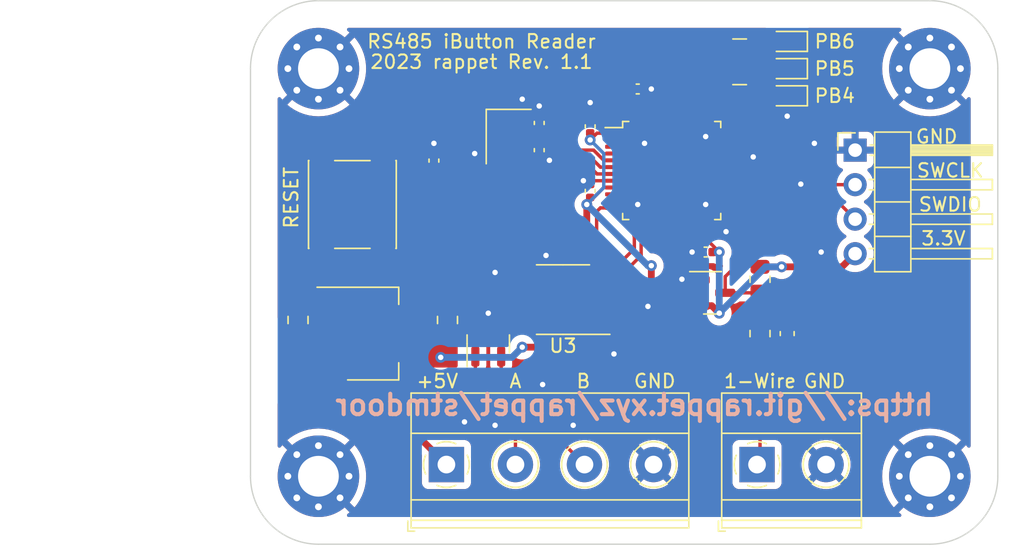
<source format=kicad_pcb>
(kicad_pcb (version 20211014) (generator pcbnew)
  (layers (0 "F.Cu" signal) (31 "B.Cu" signal) (34 "B.Paste" user) (35 "F.Paste" user) (36 "B.SilkS" user "B.Silkscreen") (37 "F.SilkS" user "F.Silkscreen") (38 "B.Mask" user) (39 "F.Mask" user) (44 "Edge.Cuts" user))
  (net 0 "")
  (net 1 "+5V")
  (net 2 "GND")
  (net 3 "+3V3")
  (net 5 "/NRST")
  (net 8 "Net-(C9-Pad1)")
  (net 9 "/1-Wire")
  (net 30 "/LED1")
  (net 31 "/LED2")
  (net 32 "/LED3")
  (net 34 "/BOOT0")
  (net 37 "/OSC_OUT")
  (net 38 "/OSC_IN")
  (net 39 "/OSC32_IN")
  (net 40 "/OSC32_OUT")
  (net 41 "/TX")
  (net 42 "/RX")
  (net 43 "/Direction")
  (net 44 "/RS485_A")
  (net 45 "/RS485_B")
  (net 46 "/SWDIO")
  (net 47 "/SWCLK")
  (net 48 "Net-(D3-Pad2)")
  (net 49 "Net-(D5-Pad2)")
  (net 52 "Net-(D4-Pad2)")
  (footprint "Package_QFP:LQFP-48_7x7mm_P0.5mm" (layer "F.Cu") (at 138.5 82.5)
    (fp_text reference "U2")
    (fp_text value "STM32F030C8T6 ")
    (pad "1" smd roundrect (at -4.1625 -2.75) (size 1.475 0.3) (layers "F.Cu" "F.Paste" "F.Mask") (net 3 "+3V3"))
    (pad "2" smd roundrect (at -4.1625 -2.25) (size 1.475 0.3) (layers "F.Cu" "F.Paste" "F.Mask"))
    (pad "3" smd roundrect (at -4.1625 -1.75) (size 1.475 0.3) (layers "F.Cu" "F.Paste" "F.Mask") (net 39 "/OSC32_IN"))
    (pad "4" smd roundrect (at -4.1625 -1.25) (size 1.475 0.3) (layers "F.Cu" "F.Paste" "F.Mask") (net 40 "/OSC32_OUT"))
    (pad "5" smd roundrect (at -4.1625 -0.75) (size 1.475 0.3) (layers "F.Cu" "F.Paste" "F.Mask") (net 38 "/OSC_IN"))
    (pad "6" smd roundrect (at -4.1625 -0.25) (size 1.475 0.3) (layers "F.Cu" "F.Paste" "F.Mask") (net 37 "/OSC_OUT"))
    (pad "7" smd roundrect (at -4.1625 0.25) (size 1.475 0.3) (layers "F.Cu" "F.Paste" "F.Mask") (net 5 "/NRST"))
    (pad "8" smd roundrect (at -4.1625 0.75) (size 1.475 0.3) (layers "F.Cu" "F.Paste" "F.Mask") (net 2 "GND"))
    (pad "9" smd roundrect (at -4.1625 1.25) (size 1.475 0.3) (layers "F.Cu" "F.Paste" "F.Mask") (net 3 "+3V3"))
    (pad "10" smd roundrect (at -4.1625 1.75) (size 1.475 0.3) (layers "F.Cu" "F.Paste" "F.Mask"))
    (pad "11" smd roundrect (at -4.1625 2.25) (size 1.475 0.3) (layers "F.Cu" "F.Paste" "F.Mask"))
    (pad "12" smd roundrect (at -4.1625 2.75) (size 1.475 0.3) (layers "F.Cu" "F.Paste" "F.Mask") (net 41 "/TX"))
    (pad "13" smd roundrect (at -2.75 4.1625) (size 0.3 1.475) (layers "F.Cu" "F.Paste" "F.Mask") (net 42 "/RX"))
    (pad "14" smd roundrect (at -2.25 4.1625) (size 0.3 1.475) (layers "F.Cu" "F.Paste" "F.Mask") (net 43 "/Direction"))
    (pad "15" smd roundrect (at -1.75 4.1625) (size 0.3 1.475) (layers "F.Cu" "F.Paste" "F.Mask"))
    (pad "16" smd roundrect (at -1.25 4.1625) (size 0.3 1.475) (layers "F.Cu" "F.Paste" "F.Mask"))
    (pad "17" smd roundrect (at -0.75 4.1625) (size 0.3 1.475) (layers "F.Cu" "F.Paste" "F.Mask"))
    (pad "18" smd roundrect (at -0.25 4.1625) (size 0.3 1.475) (layers "F.Cu" "F.Paste" "F.Mask"))
    (pad "19" smd roundrect (at 0.25 4.1625) (size 0.3 1.475) (layers "F.Cu" "F.Paste" "F.Mask"))
    (pad "20" smd roundrect (at 0.75 4.1625) (size 0.3 1.475) (layers "F.Cu" "F.Paste" "F.Mask"))
    (pad "21" smd roundrect (at 1.25 4.1625) (size 0.3 1.475) (layers "F.Cu" "F.Paste" "F.Mask"))
    (pad "22" smd roundrect (at 1.75 4.1625) (size 0.3 1.475) (layers "F.Cu" "F.Paste" "F.Mask"))
    (pad "23" smd roundrect (at 2.25 4.1625) (size 0.3 1.475) (layers "F.Cu" "F.Paste" "F.Mask") (net 2 "GND"))
    (pad "24" smd roundrect (at 2.75 4.1625) (size 0.3 1.475) (layers "F.Cu" "F.Paste" "F.Mask") (net 3 "+3V3"))
    (pad "25" smd roundrect (at 4.1625 2.75) (size 1.475 0.3) (layers "F.Cu" "F.Paste" "F.Mask") (net 9 "/1-Wire"))
    (pad "26" smd roundrect (at 4.1625 2.25) (size 1.475 0.3) (layers "F.Cu" "F.Paste" "F.Mask"))
    (pad "27" smd roundrect (at 4.1625 1.75) (size 1.475 0.3) (layers "F.Cu" "F.Paste" "F.Mask"))
    (pad "28" smd roundrect (at 4.1625 1.25) (size 1.475 0.3) (layers "F.Cu" "F.Paste" "F.Mask"))
    (pad "29" smd roundrect (at 4.1625 0.75) (size 1.475 0.3) (layers "F.Cu" "F.Paste" "F.Mask"))
    (pad "30" smd roundrect (at 4.1625 0.25) (size 1.475 0.3) (layers "F.Cu" "F.Paste" "F.Mask"))
    (pad "31" smd roundrect (at 4.1625 -0.25) (size 1.475 0.3) (layers "F.Cu" "F.Paste" "F.Mask"))
    (pad "32" smd roundrect (at 4.1625 -0.75) (size 1.475 0.3) (layers "F.Cu" "F.Paste" "F.Mask"))
    (pad "33" smd roundrect (at 4.1625 -1.25) (size 1.475 0.3) (layers "F.Cu" "F.Paste" "F.Mask"))
    (pad "34" smd roundrect (at 4.1625 -1.75) (size 1.475 0.3) (layers "F.Cu" "F.Paste" "F.Mask") (net 46 "/SWDIO"))
    (pad "35" smd roundrect (at 4.1625 -2.25) (size 1.475 0.3) (layers "F.Cu" "F.Paste" "F.Mask"))
    (pad "36" smd roundrect (at 4.1625 -2.75) (size 1.475 0.3) (layers "F.Cu" "F.Paste" "F.Mask"))
    (pad "37" smd roundrect (at 2.75 -4.1625) (size 0.3 1.475) (layers "F.Cu" "F.Paste" "F.Mask") (net 47 "/SWCLK"))
    (pad "38" smd roundrect (at 2.25 -4.1625) (size 0.3 1.475) (layers "F.Cu" "F.Paste" "F.Mask"))
    (pad "39" smd roundrect (at 1.75 -4.1625) (size 0.3 1.475) (layers "F.Cu" "F.Paste" "F.Mask"))
    (pad "40" smd roundrect (at 1.25 -4.1625) (size 0.3 1.475) (layers "F.Cu" "F.Paste" "F.Mask") (net 32 "/LED3"))
    (pad "41" smd roundrect (at 0.75 -4.1625) (size 0.3 1.475) (layers "F.Cu" "F.Paste" "F.Mask") (net 31 "/LED2"))
    (pad "42" smd roundrect (at 0.25 -4.1625) (size 0.3 1.475) (layers "F.Cu" "F.Paste" "F.Mask") (net 30 "/LED1"))
    (pad "43" smd roundrect (at -0.25 -4.1625) (size 0.3 1.475) (layers "F.Cu" "F.Paste" "F.Mask"))
    (pad "44" smd roundrect (at -0.75 -4.1625) (size 0.3 1.475) (layers "F.Cu" "F.Paste" "F.Mask") (net 34 "/BOOT0"))
    (pad "45" smd roundrect (at -1.25 -4.1625) (size 0.3 1.475) (layers "F.Cu" "F.Paste" "F.Mask"))
    (pad "46" smd roundrect (at -1.75 -4.1625) (size 0.3 1.475) (layers "F.Cu" "F.Paste" "F.Mask"))
    (pad "47" smd roundrect (at -2.25 -4.1625) (size 0.3 1.475) (layers "F.Cu" "F.Paste" "F.Mask") (net 2 "GND"))
    (pad "48" smd roundrect (at -2.75 -4.1625) (size 0.3 1.475) (layers "F.Cu" "F.Paste" "F.Mask") (net 3 "+3V3"))
  )
  (footprint "LED_SMD:LED_0603_1608Metric" (layer "F.Cu") (at 147 77 180)
    (fp_text reference "D3")
    (fp_text value "LED")
    (pad "1" smd roundrect (at -0.7875 0 180) (size 0.875 0.95) (layers "F.Cu" "F.Paste" "F.Mask") (net 2 "GND"))
    (pad "2" smd roundrect (at 0.7875 0 180) (size 0.875 0.95) (layers "F.Cu" "F.Paste" "F.Mask") (net 48 "Net-(D3-Pad2)"))
  )
  (footprint "Capacitor_SMD:C_0402_1005Metric" (layer "F.Cu") (at 136 76.5)
    (fp_text reference "C3")
    (fp_text value "100n")
    (pad "1" smd roundrect (at -0.48 0) (size 0.56 0.62) (layers "F.Cu" "F.Paste" "F.Mask") (net 3 "+3V3"))
    (pad "2" smd roundrect (at 0.48 0) (size 0.56 0.62) (layers "F.Cu" "F.Paste" "F.Mask") (net 2 "GND"))
  )
  (footprint "Capacitor_SMD:C_0805_2012Metric" (layer "F.Cu") (at 122 93.5 90)
    (fp_text reference "C2")
    (fp_text value "22u")
    (pad "1" smd roundrect (at -0.95 0 90) (size 1 1.45) (layers "F.Cu" "F.Paste" "F.Mask") (net 3 "+3V3"))
    (pad "2" smd roundrect (at 0.95 0 90) (size 1 1.45) (layers "F.Cu" "F.Paste" "F.Mask") (net 2 "GND"))
  )
  (footprint "MountingHole:MountingHole_3mm_Pad_Via" (layer "F.Cu") (at 157.5 105)
    (fp_text reference "H3")
    (fp_text value "MountingHole_Pad")
    (pad "1" thru_hole circle (at 0 -2.25) (size 0.8 0.8) (drill 0.5) (layers *.Cu *.Mask) (net 2 "GND"))
    (pad "1" thru_hole circle (at 0 2.25) (size 0.8 0.8) (drill 0.5) (layers *.Cu *.Mask) (net 2 "GND"))
    (pad "1" thru_hole circle (at -1.59099 -1.59099) (size 0.8 0.8) (drill 0.5) (layers *.Cu *.Mask) (net 2 "GND"))
    (pad "1" thru_hole circle (at 1.59099 -1.59099) (size 0.8 0.8) (drill 0.5) (layers *.Cu *.Mask) (net 2 "GND"))
    (pad "1" thru_hole circle (at 1.59099 1.59099) (size 0.8 0.8) (drill 0.5) (layers *.Cu *.Mask) (net 2 "GND"))
    (pad "1" thru_hole circle (at -1.59099 1.59099) (size 0.8 0.8) (drill 0.5) (layers *.Cu *.Mask) (net 2 "GND"))
    (pad "1" thru_hole circle (at 2.25 0) (size 0.8 0.8) (drill 0.5) (layers *.Cu *.Mask) (net 2 "GND"))
    (pad "1" thru_hole circle (at 0 0) (size 6 6) (drill 3) (layers *.Cu *.Mask) (net 2 "GND"))
    (pad "1" thru_hole circle (at -2.25 0) (size 0.8 0.8) (drill 0.5) (layers *.Cu *.Mask) (net 2 "GND"))
  )
  (footprint "Capacitor_SMD:C_0402_1005Metric" (layer "F.Cu") (at 132.5 84 90)
    (fp_text reference "C4")
    (fp_text value "100n")
    (pad "1" smd roundrect (at -0.48 0 90) (size 0.56 0.62) (layers "F.Cu" "F.Paste" "F.Mask") (net 3 "+3V3"))
    (pad "2" smd roundrect (at 0.48 0 90) (size 0.56 0.62) (layers "F.Cu" "F.Paste" "F.Mask") (net 2 "GND"))
  )
  (footprint "Resistor_SMD:R_0805_2012Metric" (layer "F.Cu") (at 145 90.5 90)
    (fp_text reference "R1")
    (fp_text value "470R")
    (pad "1" smd roundrect (at -0.9125 0 90) (size 1.025 1.4) (layers "F.Cu" "F.Paste" "F.Mask") (roundrect_rratio 0.243902439) (net 9 "/1-Wire"))
    (pad "2" smd roundrect (at 0.9125 0 90) (size 1.025 1.4) (layers "F.Cu" "F.Paste" "F.Mask") (roundrect_rratio 0.243902439) (net 3 "+3V3"))
  )
  (footprint "Capacitor_SMD:C_0402_1005Metric" (layer "F.Cu") (at 121 81.77 90)
    (fp_text reference "C10")
    (fp_text value "100n")
    (pad "1" smd roundrect (at -0.48 0 90) (size 0.56 0.62) (layers "F.Cu" "F.Paste" "F.Mask") (net 5 "/NRST"))
    (pad "2" smd roundrect (at 0.48 0 90) (size 0.56 0.62) (layers "F.Cu" "F.Paste" "F.Mask") (net 2 "GND"))
  )
  (footprint "MountingHole:MountingHole_3mm_Pad_Via" (layer "F.Cu") (at 112.5 75)
    (fp_text reference "H1")
    (fp_text value "MountingHole_Pad")
    (pad "1" thru_hole circle (at -2.25 0) (size 0.8 0.8) (drill 0.5) (layers *.Cu *.Mask) (net 2 "GND"))
    (pad "1" thru_hole circle (at 0 -2.25) (size 0.8 0.8) (drill 0.5) (layers *.Cu *.Mask) (net 2 "GND"))
    (pad "1" thru_hole circle (at 0 0) (size 6 6) (drill 3) (layers *.Cu *.Mask) (net 2 "GND"))
    (pad "1" thru_hole circle (at 2.25 0) (size 0.8 0.8) (drill 0.5) (layers *.Cu *.Mask) (net 2 "GND"))
    (pad "1" thru_hole circle (at -1.59099 -1.59099) (size 0.8 0.8) (drill 0.5) (layers *.Cu *.Mask) (net 2 "GND"))
    (pad "1" thru_hole circle (at 1.59099 -1.59099) (size 0.8 0.8) (drill 0.5) (layers *.Cu *.Mask) (net 2 "GND"))
    (pad "1" thru_hole circle (at 1.59099 1.59099) (size 0.8 0.8) (drill 0.5) (layers *.Cu *.Mask) (net 2 "GND"))
    (pad "1" thru_hole circle (at -1.59099 1.59099) (size 0.8 0.8) (drill 0.5) (layers *.Cu *.Mask) (net 2 "GND"))
    (pad "1" thru_hole circle (at 0 2.25) (size 0.8 0.8) (drill 0.5) (layers *.Cu *.Mask) (net 2 "GND"))
  )
  (footprint "Capacitor_SMD:C_0805_2012Metric" (layer "F.Cu") (at 111 93.5 90)
    (fp_text reference "C1")
    (fp_text value "10u")
    (pad "1" smd roundrect (at -0.95 0 90) (size 1 1.45) (layers "F.Cu" "F.Paste" "F.Mask") (net 1 "+5V"))
    (pad "2" smd roundrect (at 0.95 0 90) (size 1 1.45) (layers "F.Cu" "F.Paste" "F.Mask") (net 2 "GND"))
  )
  (footprint "MountingHole:MountingHole_3mm_Pad_Via" (layer "F.Cu") (at 112.5 105)
    (fp_text reference "H4")
    (fp_text value "MountingHole_Pad")
    (pad "1" thru_hole circle (at -2.25 0) (size 0.8 0.8) (drill 0.5) (layers *.Cu *.Mask) (net 2 "GND"))
    (pad "1" thru_hole circle (at 0 -2.25) (size 0.8 0.8) (drill 0.5) (layers *.Cu *.Mask) (net 2 "GND"))
    (pad "1" thru_hole circle (at 0 2.25) (size 0.8 0.8) (drill 0.5) (layers *.Cu *.Mask) (net 2 "GND"))
    (pad "1" thru_hole circle (at -1.59099 1.59099) (size 0.8 0.8) (drill 0.5) (layers *.Cu *.Mask) (net 2 "GND"))
    (pad "1" thru_hole circle (at 0 0) (size 6 6) (drill 3) (layers *.Cu *.Mask) (net 2 "GND"))
    (pad "1" thru_hole circle (at -1.59099 -1.59099) (size 0.8 0.8) (drill 0.5) (layers *.Cu *.Mask) (net 2 "GND"))
    (pad "1" thru_hole circle (at 1.59099 -1.59099) (size 0.8 0.8) (drill 0.5) (layers *.Cu *.Mask) (net 2 "GND"))
    (pad "1" thru_hole circle (at 2.25 0) (size 0.8 0.8) (drill 0.5) (layers *.Cu *.Mask) (net 2 "GND"))
    (pad "1" thru_hole circle (at 1.59099 1.59099) (size 0.8 0.8) (drill 0.5) (layers *.Cu *.Mask) (net 2 "GND"))
  )
  (footprint "Capacitor_SMD:C_0402_1005Metric" (layer "F.Cu") (at 128.75 79 -90)
    (fp_text reference "C7")
    (fp_text value "10pF")
    (pad "1" smd roundrect (at -0.48 0 270) (size 0.56 0.62) (layers "F.Cu" "F.Paste" "F.Mask") (net 2 "GND"))
    (pad "2" smd roundrect (at 0.48 0 270) (size 0.56 0.62) (layers "F.Cu" "F.Paste" "F.Mask") (net 38 "/OSC_IN"))
  )
  (footprint "TerminalBlock_Phoenix:TerminalBlock_Phoenix_MKDS-1,5-4-5.08_1x04_P5.08mm_Horizontal" (layer "F.Cu") (at 121.92 104.14)
    (fp_text reference "J2")
    (fp_text value "Screw_Terminal_01x04")
    (pad "1" thru_hole rect locked (at 0 0) (size 2.6 2.6) (drill 1.3) (layers *.Cu *.Mask) (net 1 "+5V"))
    (pad "2" thru_hole circle locked (at 5.08 0) (size 2.6 2.6) (drill 1.3) (layers *.Cu *.Mask) (net 44 "/RS485_A"))
    (pad "3" thru_hole circle locked (at 10.16 0) (size 2.6 2.6) (drill 1.3) (layers *.Cu *.Mask) (net 45 "/RS485_B"))
    (pad "4" thru_hole circle locked (at 15.24 0) (size 2.6 2.6) (drill 1.3) (layers *.Cu *.Mask) (net 2 "GND"))
  )
  (footprint "Resistor_SMD:R_0805_2012Metric" (layer "F.Cu") (at 145 94.5 -90)
    (fp_text reference "R2")
    (fp_text value "150R")
    (pad "1" smd roundrect (at -0.9125 0 270) (size 1.025 1.4) (layers "F.Cu" "F.Paste" "F.Mask") (roundrect_rratio 0.243902439) (net 9 "/1-Wire"))
    (pad "2" smd roundrect (at 0.9125 0 270) (size 1.025 1.4) (layers "F.Cu" "F.Paste" "F.Mask") (roundrect_rratio 0.243902439) (net 8 "Net-(C9-Pad1)"))
  )
  (footprint "TerminalBlock_Phoenix:TerminalBlock_Phoenix_MKDS-1,5-2-5.08_1x02_P5.08mm_Horizontal" (layer "F.Cu") (at 144.78 104.14)
    (fp_text reference "J1")
    (fp_text value "Screw_Terminal_01x02")
    (pad "1" thru_hole rect locked (at 0 0) (size 2.6 2.6) (drill 1.3) (layers *.Cu *.Mask) (net 8 "Net-(C9-Pad1)"))
    (pad "2" thru_hole circle locked (at 5.08 0) (size 2.6 2.6) (drill 1.3) (layers *.Cu *.Mask) (net 2 "GND"))
  )
  (footprint "Capacitor_SMD:C_0402_1005Metric" (layer "F.Cu") (at 128.75 81 90)
    (fp_text reference "C8")
    (fp_text value "10pF")
    (pad "1" smd roundrect (at -0.48 0 90) (size 0.56 0.62) (layers "F.Cu" "F.Paste" "F.Mask") (net 2 "GND"))
    (pad "2" smd roundrect (at 0.48 0 90) (size 0.56 0.62) (layers "F.Cu" "F.Paste" "F.Mask") (net 37 "/OSC_OUT"))
  )
  (footprint "Capacitor_SMD:C_0402_1005Metric" (layer "F.Cu") (at 132.5 79.25 90)
    (fp_text reference "C5")
    (fp_text value "100n")
    (pad "1" smd roundrect (at -0.48 0 90) (size 0.56 0.62) (layers "F.Cu" "F.Paste" "F.Mask") (net 3 "+3V3"))
    (pad "2" smd roundrect (at 0.48 0 90) (size 0.56 0.62) (layers "F.Cu" "F.Paste" "F.Mask") (net 2 "GND"))
  )
  (footprint "Crystal:Crystal_SMD_3225-4Pin_3.2x2.5mm" (layer "F.Cu") (at 126.5 80 -90)
    (fp_text reference "Y1")
    (fp_text value "16MHz")
    (pad "1" smd rect (at -1.1 0.85 270) (size 1.4 1.2) (layers "F.Cu" "F.Paste" "F.Mask") (net 38 "/OSC_IN"))
    (pad "2" smd rect (at 1.1 0.85 270) (size 1.4 1.2) (layers "F.Cu" "F.Paste" "F.Mask") (net 2 "GND"))
    (pad "3" smd rect (at 1.1 -0.85 270) (size 1.4 1.2) (layers "F.Cu" "F.Paste" "F.Mask") (net 37 "/OSC_OUT"))
    (pad "4" smd rect (at -1.1 -0.85 270) (size 1.4 1.2) (layers "F.Cu" "F.Paste" "F.Mask") (net 2 "GND"))
  )
  (footprint "Package_TO_SOT_SMD:SOT-23" (layer "F.Cu") (at 125 95.25 90)
    (fp_text reference "D2")
    (fp_text value "PSM712-LF-T7")
    (pad "1" smd roundrect (at -0.9375 -0.95 90) (size 1.475 0.6) (layers "F.Cu" "F.Paste" "F.Mask") (net 44 "/RS485_A"))
    (pad "2" smd roundrect (at -0.9375 0.95 90) (size 1.475 0.6) (layers "F.Cu" "F.Paste" "F.Mask") (net 45 "/RS485_B"))
    (pad "3" smd roundrect (at 0.9375 0 90) (size 1.475 0.6) (layers "F.Cu" "F.Paste" "F.Mask") (net 2 "GND"))
  )
  (footprint "LED_SMD:LED_0603_1608Metric" (layer "F.Cu") (at 147 73 180)
    (fp_text reference "D5")
    (fp_text value "LED")
    (pad "1" smd roundrect (at -0.7875 0 180) (size 0.875 0.95) (layers "F.Cu" "F.Paste" "F.Mask") (net 2 "GND"))
    (pad "2" smd roundrect (at 0.7875 0 180) (size 0.875 0.95) (layers "F.Cu" "F.Paste" "F.Mask") (net 49 "Net-(D5-Pad2)"))
  )
  (footprint "LED_SMD:LED_0603_1608Metric" (layer "F.Cu") (at 147 75 180)
    (fp_text reference "D4")
    (fp_text value "LED")
    (pad "1" smd roundrect (at -0.7875 0 180) (size 0.875 0.95) (layers "F.Cu" "F.Paste" "F.Mask") (net 2 "GND"))
    (pad "2" smd roundrect (at 0.7875 0 180) (size 0.875 0.95) (layers "F.Cu" "F.Paste" "F.Mask") (net 52 "Net-(D4-Pad2)"))
  )
  (footprint "Package_SO:SOIC-8_3.9x4.9mm_P1.27mm" (layer "F.Cu") (at 130.5 92 180)
    (fp_text reference "U3" (at 0 -3.4) (layer "F.SilkS"))
    (fp_text value "SP3485EN")
    (pad "1" smd roundrect (at -2.475 -1.905 180) (size 1.95 0.6) (layers "F.Cu" "F.Paste" "F.Mask") (net 42 "/RX"))
    (pad "2" smd roundrect (at -2.475 -0.635 180) (size 1.95 0.6) (layers "F.Cu" "F.Paste" "F.Mask") (net 43 "/Direction"))
    (pad "3" smd roundrect (at -2.475 0.635 180) (size 1.95 0.6) (layers "F.Cu" "F.Paste" "F.Mask") (net 43 "/Direction"))
    (pad "4" smd roundrect (at -2.475 1.905 180) (size 1.95 0.6) (layers "F.Cu" "F.Paste" "F.Mask") (net 41 "/TX"))
    (pad "5" smd roundrect (at 2.475 1.905 180) (size 1.95 0.6) (layers "F.Cu" "F.Paste" "F.Mask") (net 2 "GND"))
    (pad "6" smd roundrect (at 2.475 0.635 180) (size 1.95 0.6) (layers "F.Cu" "F.Paste" "F.Mask") (net 44 "/RS485_A"))
    (pad "7" smd roundrect (at 2.475 -0.635 180) (size 1.95 0.6) (layers "F.Cu" "F.Paste" "F.Mask") (net 45 "/RS485_B"))
    (pad "8" smd roundrect (at 2.475 -1.905 180) (size 1.95 0.6) (layers "F.Cu" "F.Paste" "F.Mask") (net 3 "+3V3"))
  )
  (footprint "Package_TO_SOT_SMD:SOT-23" (layer "F.Cu") (at 141.5 91.5)
    (fp_text reference "D1")
    (fp_text value "BAV99,215")
    (pad "1" smd roundrect (at -0.9375 -0.95) (size 1.475 0.6) (layers "F.Cu" "F.Paste" "F.Mask") (net 2 "GND"))
    (pad "2" smd roundrect (at -0.9375 0.95) (size 1.475 0.6) (layers "F.Cu" "F.Paste" "F.Mask") (net 3 "+3V3"))
    (pad "3" smd roundrect (at 0.9375 0) (size 1.475 0.6) (layers "F.Cu" "F.Paste" "F.Mask") (net 9 "/1-Wire"))
  )
  (footprint "Package_TO_SOT_SMD:SOT-223-3_TabPin2" (layer "F.Cu") (at 116.5 94.5)
    (fp_text reference "U1")
    (fp_text value "AMS1117-3.3")
    (pad "1" smd rect (at -3.15 -2.3) (size 2 1.5) (layers "F.Cu" "F.Paste" "F.Mask") (net 2 "GND"))
    (pad "2" smd rect (at 3.15 0) (size 2 3.8) (layers "F.Cu" "F.Paste" "F.Mask") (net 3 "+3V3"))
    (pad "2" smd rect (at -3.15 0) (size 2 1.5) (layers "F.Cu" "F.Paste" "F.Mask") (net 3 "+3V3"))
    (pad "3" smd rect (at -3.15 2.3) (size 2 1.5) (layers "F.Cu" "F.Paste" "F.Mask") (net 1 "+5V"))
  )
  (footprint "Capacitor_SMD:C_0603_1608Metric" (layer "F.Cu") (at 147 94.5 90)
    (fp_text reference "C9")
    (fp_text value "1n")
    (pad "1" smd roundrect (at -0.775 0 90) (size 0.9 0.95) (layers "F.Cu" "F.Paste" "F.Mask") (net 8 "Net-(C9-Pad1)"))
    (pad "2" smd roundrect (at 0.775 0 90) (size 0.9 0.95) (layers "F.Cu" "F.Paste" "F.Mask") (net 2 "GND"))
  )
  (footprint "Capacitor_SMD:C_0402_1005Metric" (layer "F.Cu") (at 141 88.5 180)
    (fp_text reference "C6")
    (fp_text value "100n")
    (pad "1" smd roundrect (at -0.48 0 180) (size 0.56 0.62) (layers "F.Cu" "F.Paste" "F.Mask") (net 3 "+3V3"))
    (pad "2" smd roundrect (at 0.48 0 180) (size 0.56 0.62) (layers "F.Cu" "F.Paste" "F.Mask") (net 2 "GND"))
  )
  (footprint "Resistor_SMD:R_Array_Convex_4x0603" (layer "F.Cu") (at 143.5 74.5)
    (fp_text reference "RN1")
    (fp_text value "4x1k")
    (pad "1" smd rect (at -0.9 -1.2) (size 0.8 0.5) (layers "F.Cu" "F.Paste" "F.Mask") (net 30 "/LED1"))
    (pad "2" smd rect (at -0.9 -0.4) (size 0.8 0.4) (layers "F.Cu" "F.Paste" "F.Mask") (net 31 "/LED2"))
    (pad "3" smd rect (at -0.9 0.4) (size 0.8 0.4) (layers "F.Cu" "F.Paste" "F.Mask") (net 32 "/LED3"))
    (pad "4" smd rect (at -0.9 1.2) (size 0.8 0.5) (layers "F.Cu" "F.Paste" "F.Mask"))
    (pad "5" smd rect (at 0.9 1.2) (size 0.8 0.5) (layers "F.Cu" "F.Paste" "F.Mask"))
    (pad "6" smd rect (at 0.9 0.4) (size 0.8 0.4) (layers "F.Cu" "F.Paste" "F.Mask") (net 48 "Net-(D3-Pad2)"))
    (pad "7" smd rect (at 0.9 -0.4) (size 0.8 0.4) (layers "F.Cu" "F.Paste" "F.Mask") (net 52 "Net-(D4-Pad2)"))
    (pad "8" smd rect (at 0.9 -1.2) (size 0.8 0.5) (layers "F.Cu" "F.Paste" "F.Mask") (net 49 "Net-(D5-Pad2)"))
  )
  (footprint "Button_Switch_SMD:SW_Push_1P1T_NO_6x6mm_H9.5mm" (layer "F.Cu") (at 115 85 90)
    (fp_text reference "SW1")
    (fp_text value "SW_Push")
    (pad "1" smd rect locked (at -3.975 -2.25 90) (size 1.55 1.3) (layers "F.Cu" "F.Paste" "F.Mask") (net 2 "GND"))
    (pad "1" smd rect locked (at 3.975 -2.25 90) (size 1.55 1.3) (layers "F.Cu" "F.Paste" "F.Mask") (net 2 "GND"))
    (pad "2" smd rect locked (at 3.975 2.25 90) (size 1.55 1.3) (layers "F.Cu" "F.Paste" "F.Mask") (net 5 "/NRST"))
    (pad "2" smd rect locked (at -3.975 2.25 90) (size 1.55 1.3) (layers "F.Cu" "F.Paste" "F.Mask") (net 5 "/NRST"))
  )
  (footprint "MountingHole:MountingHole_3mm_Pad_Via" (layer "F.Cu") (at 157.5 75)
    (fp_text reference "H2")
    (fp_text value "MountingHole_Pad")
    (pad "1" thru_hole circle (at -2.25 0) (size 0.8 0.8) (drill 0.5) (layers *.Cu *.Mask) (net 2 "GND"))
    (pad "1" thru_hole circle (at 1.59099 1.59099) (size 0.8 0.8) (drill 0.5) (layers *.Cu *.Mask) (net 2 "GND"))
    (pad "1" thru_hole circle (at 0 0) (size 6 6) (drill 3) (layers *.Cu *.Mask) (net 2 "GND"))
    (pad "1" thru_hole circle (at 1.59099 -1.59099) (size 0.8 0.8) (drill 0.5) (layers *.Cu *.Mask) (net 2 "GND"))
    (pad "1" thru_hole circle (at 2.25 0) (size 0.8 0.8) (drill 0.5) (layers *.Cu *.Mask) (net 2 "GND"))
    (pad "1" thru_hole circle (at -1.59099 1.59099) (size 0.8 0.8) (drill 0.5) (layers *.Cu *.Mask) (net 2 "GND"))
    (pad "1" thru_hole circle (at 0 2.25) (size 0.8 0.8) (drill 0.5) (layers *.Cu *.Mask) (net 2 "GND"))
    (pad "1" thru_hole circle (at 0 -2.25) (size 0.8 0.8) (drill 0.5) (layers *.Cu *.Mask) (net 2 "GND"))
    (pad "1" thru_hole circle (at -1.59099 -1.59099) (size 0.8 0.8) (drill 0.5) (layers *.Cu *.Mask) (net 2 "GND"))
  )
  (footprint "Connector_PinHeader_2.54mm:PinHeader_1x04_P2.54mm_Horizontal" (layer "F.Cu") (at 152 81)
    (fp_text reference "J3")
    (fp_text value "Conn_01x04_Male")
    (pad "1" thru_hole rect (at 0 0) (size 1.7 1.7) (drill 1) (layers *.Cu *.Mask) (net 2 "GND"))
    (pad "2" thru_hole oval (at 0 2.54) (size 1.7 1.7) (drill 1) (layers *.Cu *.Mask) (net 47 "/SWCLK"))
    (pad "3" thru_hole oval (at 0 5.08) (size 1.7 1.7) (drill 1) (layers *.Cu *.Mask) (net 46 "/SWDIO"))
    (pad "4" thru_hole oval (at 0 7.62) (size 1.7 1.7) (drill 1) (layers *.Cu *.Mask) (net 3 "+3V3"))
  )
  (gr_line (start 162.5 75) (end 162.5 105) (layer "Edge.Cuts") (width 0.1))
  (gr_arc (start 107.5 75) (mid 108.964466 71.464466) (end 112.5 70) (layer "Edge.Cuts") (width 0.1))
  (gr_line (start 107.5 105) (end 107.5 75) (layer "Edge.Cuts") (width 0.1))
  (gr_arc (start 162.5 105) (mid 161.035534 108.535534) (end 157.5 110) (layer "Edge.Cuts") (width 0.1))
  (gr_line (start 112.5 70) (end 157.5 70) (layer "Edge.Cuts") (width 0.1))
  (gr_line (start 112.5 110) (end 157.5 110) (layer "Edge.Cuts") (width 0.1))
  (gr_arc (start 157.5 70) (mid 161.035534 71.464466) (end 162.5 75) (layer "Edge.Cuts") (width 0.1))
  (gr_arc (start 112.5 110) (mid 108.964466 108.535534) (end 107.5 105) (layer "Edge.Cuts") (width 0.1))
  (gr_text "https://git.rappet.xyz/rappet/stmdoor" (at 135.75 99.75) (layer "B.SilkS") (effects (font (size 1.5 1.5) (thickness 0.3)) (justify mirror)))
  (gr_text "SWDIO" (at 159 85) (layer "F.SilkS") (effects (font (size 1 1))))
  (gr_text "GND" (at 149.75 98) (layer "F.SilkS") (effects (font (size 1 1))))
  (gr_text "GND" (at 137.25 98) (layer "F.SilkS") (effects (font (size 1 1))))
  (gr_text "1-Wire" (at 145 98) (layer "F.SilkS") (effects (font (size 1 1))))
  (gr_text "3.3V" (at 158.5 87.5) (layer "F.SilkS") (effects (font (size 1 1))))
  (gr_text "PB6" (at 150.5 73) (layer "F.SilkS") (effects (font (size 1 1))))
  (gr_text "B" (at 132 98) (layer "F.SilkS") (effects (font (size 1 1))))
  (gr_text "+5V" (at 121.25 98) (layer "F.SilkS") (effects (font (size 1 1))))
  (gr_text "PB4" (at 150.5 77) (layer "F.SilkS") (effects (font (size 1 1))))
  (gr_text "RESET" (at 110.5 84.5 90) (layer "F.SilkS") (effects (font (size 1 1))))
  (gr_text "2023 rappet Rev. 1.1" (at 124.5 74.5) (layer "F.SilkS") (effects (font (size 1 1))))
  (gr_text "SWCLK" (at 159 82.5) (layer "F.SilkS") (effects (font (size 1 1))))
  (gr_text "RS485 iButton Reader" (at 124.5 73) (layer "F.SilkS") (effects (font (size 1 1))))
  (gr_text "A" (at 127 98) (layer "F.SilkS") (effects (font (size 1 1))))
  (gr_text "GND" (at 158 80) (layer "F.SilkS") (effects (font (size 1 1))))
  (gr_text "PB5" (at 150.5 75) (layer "F.SilkS") (effects (font (size 1 1))))
  (segment (start 118.39 100.61) (end 121.92 104.14) (width 0.5) (layer "F.Cu") (net 1))
  (segment (start 113.35 96.8) (end 114.58 96.8) (width 0.5) (layer "F.Cu") (net 1))
  (segment (start 114.58 96.8) (end 118.39 100.61) (width 0.5) (layer "F.Cu") (net 1))
  (segment (start 136.25 78.3375) (end 136.25 77.25) (width 0.25) (layer "F.Cu") (net 2))
  (segment (start 129.23 81.48) (end 129.5 81.75) (width 0.25) (layer "F.Cu") (net 2))
  (segment (start 134.3375 83.25) (end 132 83.25) (width 0.25) (layer "F.Cu") (net 2))
  (segment (start 140.75 86.6625) (end 140.75 87.75) (width 0.25) (layer "F.Cu") (net 2))
  (segment (start 125.5 81.25) (end 125.65 81.1) (width 0.25) (layer "F.Cu") (net 2))
  (segment (start 139.3 90.55) (end 139.25 90.5) (width 0.25) (layer "F.Cu") (net 2))
  (segment (start 121 81.29) (end 121 80.5) (width 0.25) (layer "F.Cu") (net 2))
  (segment (start 140.5625 90.55) (end 139.3 90.55) (width 0.25) (layer "F.Cu") (net 2))
  (segment (start 128.75 78.52) (end 128.75 77.75) (width 0.25) (layer "F.Cu") (net 2))
  (segment (start 136.25 77.25) (end 137 76.5) (width 0.25) (layer "F.Cu") (net 2))
  (segment (start 128.75 81.48) (end 129.23 81.48) (width 0.25) (layer "F.Cu") (net 2))
  (segment (start 124 81.25) (end 125.5 81.25) (width 0.25) (layer "F.Cu") (net 2))
  (segment (start 140.75 87.75) (end 140 88.5) (width 0.25) (layer "F.Cu") (net 2))
  (via (at 132.5 77.5) (size 0.8) (drill 0.4) (layers "F.Cu" "B.Cu") (net 2))
  (via (at 127.5 77.25) (size 0.8) (drill 0.4) (layers "F.Cu" "B.Cu") (net 2))
  (via (at 139.25 90.5) (size 0.8) (drill 0.4) (layers "F.Cu" "B.Cu") (net 2))
  (via (at 136.75 92.5) (size 0.8) (drill 0.4) (layers "F.Cu" "B.Cu") (net 2))
  (via (at 132 83.25) (size 0.8) (drill 0.4) (layers "F.Cu" "B.Cu") (net 2))
  (via (at 134.25 96) (size 0.8) (drill 0.4) (layers "F.Cu" "B.Cu") (net 2))
  (via (at 129.25 88.75) (size 0.8) (drill 0.4) (layers "F.Cu" "B.Cu") (net 2))
  (via (at 128.75 77.75) (size 0.8) (drill 0.4) (layers "F.Cu" "B.Cu") (net 2))
  (via (at 141 85) (size 0.8) (drill 0.4) (layers "F.Cu" "B.Cu") (net 2))
  (via (at 123.25 101) (size 0.8) (drill 0.4) (layers "F.Cu" "B.Cu") (net 2))
  (via (at 124 81.25) (size 0.8) (drill 0.4) (layers "F.Cu" "B.Cu") (net 2))
  (via (at 140 88.5) (size 0.8) (drill 0.4) (layers "F.Cu" "B.Cu") (net 2))
  (via (at 149.5 88.5) (size 0.8) (drill 0.4) (layers "F.Cu" "B.Cu") (net 2))
  (via (at 125.5 101.25) (size 0.8) (drill 0.4) (layers "F.Cu" "B.Cu") (net 2))
  (via (at 121 80.5) (size 0.8) (drill 0.4) (layers "F.Cu" "B.Cu") (net 2))
  (via (at 149 80.5) (size 0.8) (drill 0.4) (layers "F.Cu" "B.Cu") (net 2))
  (via (at 148 83.5) (size 0.8) (drill 0.4) (layers "F.Cu" "B.Cu") (net 2))
  (via (at 131.25 101.25) (size 0.8) (drill 0.4) (layers "F.Cu" "B.Cu") (net 2))
  (via (at 137 76.5) (size 0.8) (drill 0.4) (layers "F.Cu" "B.Cu") (net 2))
  (via (at 144.5 81.5) (size 0.8) (drill 0.4) (layers "F.Cu" "B.Cu") (net 2))
  (via (at 136 85) (size 0.8) (drill 0.4) (layers "F.Cu" "B.Cu") (net 2))
  (via (at 147 78.5) (size 0.8) (drill 0.4) (layers "F.Cu" "B.Cu") (net 2))
  (via (at 125 93) (size 0.8) (drill 0.4) (layers "F.Cu" "B.Cu") (net 2))
  (via (at 129 98.25) (size 0.8) (drill 0.4) (layers "F.Cu" "B.Cu") (net 2))
  (via (at 142.5 87) (size 0.8) (drill 0.4) (layers "F.Cu" "B.Cu") (net 2))
  (via (at 136.5 80.5) (size 0.8) (drill 0.4) (layers "F.Cu" "B.Cu") (net 2))
  (via (at 125.5 90) (size 0.8) (drill 0.4) (layers "F.Cu" "B.Cu") (net 2))
  (via (at 141 80) (size 0.8) (drill 0.4) (layers "F.Cu" "B.Cu") (net 2))
  (via (at 129.5 81.75) (size 0.8) (drill 0.4) (layers "F.Cu" "B.Cu") (net 2))
  (segment (start 151.0325 89.5875) (end 152 88.62) (width 0.5) (layer "F.Cu") (net 3))
  (segment (start 135.5 76.52) (end 135.52 76.5) (width 0.25) (layer "F.Cu") (net 3))
  (segment (start 135.75 79.5) (end 135.75 78.3375) (width 0.25) (layer "F.Cu") (net 3))
  (segment (start 137 90.75) (end 137 89.5) (width 0.5) (layer "F.Cu") (net 3))
  (segment (start 134.3375 79.75) (end 135.5 79.75) (width 0.25) (layer "F.Cu") (net 3))
  (segment (start 119.75 94.5) (end 121.5 96.25) (width 0.5) (layer "F.Cu") (net 3))
  (segment (start 135.5 79.75) (end 135.75 79.5) (width 0.25) (layer "F.Cu") (net 3))
  (segment (start 129.25 95.5) (end 127.5 95.5) (width 0.5) (layer "F.Cu") (net 3))
  (segment (start 138.7 92.45) (end 137 90.75) (width 0.5) (layer "F.Cu") (net 3))
  (segment (start 144.9125 89.5) (end 145 89.5875) (width 0.5) (layer "F.Cu") (net 3))
  (segment (start 145 89.5875) (end 146.5875 89.5875) (width 0.5) (layer "F.Cu") (net 3))
  (segment (start 141.45 92.45) (end 142 93) (width 0.5) (layer "F.Cu") (net 3))
  (segment (start 133 79.75) (end 132.5 80.25) (width 0.25) (layer "F.Cu") (net 3))
  (segment (start 130.5 92.5) (end 130.5 94.25) (width 0.5) (layer "F.Cu") (net 3))
  (segment (start 130.5 92.5) (end 130.5 88.75) (width 0.5) (layer "F.Cu") (net 3))
  (segment (start 141.25 86.6625) (end 141.25 87.75) (width 0.25) (layer "F.Cu") (net 3))
  (segment (start 140.5625 92.45) (end 138.7 92.45) (width 0.5) (layer "F.Cu") (net 3))
  (segment (start 132.25 85) (end 133.5 83.75) (width 0.25) (layer "F.Cu") (net 3))
  (segment (start 119.65 94.5) (end 119.75 94.5) (width 0.5) (layer "F.Cu") (net 3))
  (segment (start 132.25 87) (end 132.25 85) (width 0.5) (layer "F.Cu") (net 3))
  (segment (start 141.25 87.75) (end 142 88.5) (width 0.25) (layer "F.Cu") (net 3))
  (segment (start 130.5 88.75) (end 132.25 87) (width 0.5) (layer "F.Cu") (net 3))
  (segment (start 130.375 92.625) (end 130.5 92.5) (width 0.5) (layer "F.Cu") (net 3))
  (segment (start 130.5 94.25) (end 129.25 95.5) (width 0.5) (layer "F.Cu") (net 3))
  (segment (start 135.75 77.25) (end 135.5 77) (width 0.25) (layer "F.Cu") (net 3))
  (segment (start 134.3375 79.75) (end 133 79.75) (width 0.25) (layer "F.Cu") (net 3))
  (segment (start 128.025 93.905) (end 129.095 93.905) (width 0.5) (layer "F.Cu") (net 3))
  (segment (start 135.5 77) (end 135.5 76.52) (width 0.25) (layer "F.Cu") (net 3))
  (segment (start 129.095 93.905) (end 130.375 92.625) (width 0.5) (layer "F.Cu") (net 3))
  (segment (start 140.5625 92.45) (end 141.45 92.45) (width 0.5) (layer "F.Cu") (net 3))
  (segment (start 146.5875 89.5875) (end 151.0325 89.5875) (width 0.5) (layer "F.Cu") (net 3))
  (segment (start 135.75 78.3375) (end 135.75 77.25) (width 0.25) (layer "F.Cu") (net 3))
  (segment (start 133.5 83.75) (end 134.3375 83.75) (width 0.25) (layer "F.Cu") (net 3))
  (via (at 132.25 85) (size 0.8) (drill 0.4) (layers "F.Cu" "B.Cu") (net 3))
  (via (at 127.5 95.5) (size 0.8) (drill 0.4) (layers "F.Cu" "B.Cu") (net 3))
  (via (at 142 93) (size 0.8) (drill 0.4) (layers "F.Cu" "B.Cu") (net 3))
  (via (at 137 89.5) (size 0.8) (drill 0.4) (layers "F.Cu" "B.Cu") (net 3))
  (via (at 142 88.5) (size 0.8) (drill 0.4) (layers "F.Cu" "B.Cu") (net 3))
  (via (at 132.5 80.25) (size 0.8) (drill 0.4) (layers "F.Cu" "B.Cu") (net 3))
  (via (at 146.5875 89.5875) (size 0.8) (drill 0.4) (layers "F.Cu" "B.Cu") (net 3))
  (via (at 121.5 96.25) (size 0.8) (drill 0.4) (layers "F.Cu" "B.Cu") (net 3))
  (segment (start 126.75 96.25) (end 127.5 95.5) (width 0.5) (layer "B.Cu") (net 3))
  (segment (start 133.5 83.75) (end 133.5 81.25) (width 0.25) (layer "B.Cu") (net 3))
  (segment (start 137 89.5) (end 136.75 89.5) (width 0.5) (layer "B.Cu") (net 3))
  (segment (start 142 93) (end 142 88.5) (width 0.5) (layer "B.Cu") (net 3))
  (segment (start 133.5 81.25) (end 132.5 80.25) (width 0.25) (layer "B.Cu") (net 3))
  (segment (start 145.4125 89.5875) (end 146.5875 89.5875) (width 0.5) (layer "B.Cu") (net 3))
  (segment (start 132.25 85) (end 133.5 83.75) (width 0.25) (layer "B.Cu") (net 3))
  (segment (start 136.75 89.5) (end 132.25 85) (width 0.5) (layer "B.Cu") (net 3))
  (segment (start 142 93) (end 145.4125 89.5875) (width 0.5) (layer "B.Cu") (net 3))
  (segment (start 121.5 96.25) (end 126.75 96.25) (width 0.5) (layer "B.Cu") (net 3))
  (segment (start 118.25 82.5) (end 117.25 81.5) (width 0.25) (layer "F.Cu") (net 5))
  (segment (start 117.25 81.5) (end 117.25 81) (width 0.25) (layer "F.Cu") (net 5))
  (segment (start 117.25 81.025) (end 117.25 88.975) (width 0.25) (layer "F.Cu") (net 5))
  (segment (start 134.3375 82.75) (end 133 82.75) (width 0.25) (layer "F.Cu") (net 5))
  (segment (start 133 82.75) (end 132.75 82.5) (width 0.25) (layer "F.Cu") (net 5))
  (segment (start 132.75 82.5) (end 118.25 82.5) (width 0.25) (layer "F.Cu") (net 5))
  (segment (start 145 95.4125) (end 145 103.92) (width 0.25) (layer "F.Cu") (net 8))
  (segment (start 145 103.92) (end 144.78 104.14) (width 0.25) (layer "F.Cu") (net 8))
  (segment (start 146.8625 95.4125) (end 147 95.275) (width 0.25) (layer "F.Cu") (net 8))
  (segment (start 145 95.4125) (end 146.8625 95.4125) (width 0.25) (layer "F.Cu") (net 8))
  (segment (start 144.9125 91.5) (end 142.4375 91.5) (width 0.25) (layer "F.Cu") (net 9))
  (segment (start 145 91.4125) (end 145 93.5875) (width 0.25) (layer "F.Cu") (net 9))
  (segment (start 143.5 85.25) (end 142.6625 85.25) (width 0.25) (layer "F.Cu") (net 9))
  (segment (start 144 88.75) (end 144 85.75) (width 0.25) (layer "F.Cu") (net 9))
  (segment (start 142.4375 90.3125) (end 144 88.75) (width 0.25) (layer "F.Cu") (net 9))
  (segment (start 142.4375 91.5) (end 142.4375 90.3125) (width 0.25) (layer "F.Cu") (net 9))
  (segment (start 144 85.75) (end 143.5 85.25) (width 0.25) (layer "F.Cu") (net 9))
  (segment (start 145 91.4125) (end 144.9125 91.5) (width 0.25) (layer "F.Cu") (net 9))
  (segment (start 140.2 73.3) (end 142.6 73.3) (width 0.25) (layer "F.Cu") (net 30))
  (segment (start 138.75 74.75) (end 140.2 73.3) (width 0.25) (layer "F.Cu") (net 30))
  (segment (start 138.75 78.3375) (end 138.75 74.75) (width 0.25) (layer "F.Cu") (net 30))
  (segment (start 139.25 78.3375) (end 139.25 75.25) (width 0.25) (layer "F.Cu") (net 31))
  (segment (start 139.25 75.25) (end 140.4 74.1) (width 0.25) (layer "F.Cu") (net 31))
  (segment (start 140.4 74.1) (end 142.6 74.1) (width 0.25) (layer "F.Cu") (net 31))
  (segment (start 139.75 78.3375) (end 139.75 75.75) (width 0.25) (layer "F.Cu") (net 32))
  (segment (start 140.6 74.9) (end 142.6 74.9) (width 0.25) (layer "F.Cu") (net 32))
  (segment (start 139.75 75.75) (end 140.6 74.9) (width 0.25) (layer "F.Cu") (net 32))
  (segment (start 127.93 80.52) (end 128.75 80.52) (width 0.25) (layer "F.Cu") (net 37))
  (segment (start 129.77 80.52) (end 128.75 80.52) (width 0.25) (layer "F.Cu") (net 37))
  (segment (start 133.25 82.25) (end 132.5 81.5) (width 0.25) (layer "F.Cu") (net 37))
  (segment (start 134.3375 82.25) (end 133.25 82.25) (width 0.25) (layer "F.Cu") (net 37))
  (segment (start 132.5 81.5) (end 130.75 81.5) (width 0.25) (layer "F.Cu") (net 37))
  (segment (start 130.75 81.5) (end 129.77 80.52) (width 0.25) (layer "F.Cu") (net 37))
  (segment (start 127.35 81.1) (end 127.93 80.52) (width 0.25) (layer "F.Cu") (net 37))
  (segment (start 129.98 79.48) (end 128.75 79.48) (width 0.25) (layer "F.Cu") (net 38))
  (segment (start 125.65 79.65) (end 126 80) (width 0.25) (layer "F.Cu") (net 38))
  (segment (start 132.75 81) (end 131.5 81) (width 0.25) (layer "F.Cu") (net 38))
  (segment (start 133.5 81.75) (end 132.75 81) (width 0.25) (layer "F.Cu") (net 38))
  (segment (start 134.3375 81.75) (end 133.5 81.75) (width 0.25) (layer "F.Cu") (net 38))
  (segment (start 128.23 80) (end 128.75 79.48) (width 0.25) (layer "F.Cu") (net 38))
  (segment (start 125.65 78.9) (end 125.65 79.65) (width 0.25) (layer "F.Cu") (net 38))
  (segment (start 131.5 81) (end 129.98 79.48) (width 0.25) (layer "F.Cu") (net 38))
  (segment (start 126 80) (end 128.23 80) (width 0.25) (layer "F.Cu") (net 38))
  (segment (start 134.3375 85.25) (end 133.25 85.25) (width 0.25) (layer "F.Cu") (net 41))
  (segment (start 132.975 85.525) (end 132.975 90.095) (width 0.25) (layer "F.Cu") (net 41))
  (segment (start 133.25 85.25) (end 132.975 85.525) (width 0.25) (layer "F.Cu") (net 41))
  (segment (start 133.845 93.905) (end 134.5 93.25) (width 0.25) (layer "F.Cu") (net 42))
  (segment (start 134.5 89.5) (end 135.75 88.25) (width 0.25) (layer "F.Cu") (net 42))
  (segment (start 132.975 93.905) (end 133.845 93.905) (width 0.25) (layer "F.Cu") (net 42))
  (segment (start 135.75 88.25) (end 135.75 86.6625) (width 0.25) (layer "F.Cu") (net 42))
  (segment (start 134.5 93.25) (end 134.5 89.5) (width 0.25) (layer "F.Cu") (net 42))
  (segment (start 131.865 92.635) (end 132.975 92.635) (width 0.25) (layer "F.Cu") (net 43))
  (segment (start 134 94.75) (end 131.5 94.75) (width 0.25) (layer "F.Cu") (net 43))
  (segment (start 135.5 89.5) (end 135.5 93.25) (width 0.25) (layer "F.Cu") (net 43))
  (segment (start 131.5 94.75) (end 131.25 94.5) (width 0.25) (layer "F.Cu") (net 43))
  (segment (start 136.25 88.75) (end 135.5 89.5) (width 0.25) (layer "F.Cu") (net 43))
  (segment (start 136.25 86.6625) (end 136.25 88.75) (width 0.25) (layer "F.Cu") (net 43))
  (segment (start 135.5 93.25) (end 134 94.75) (width 0.25) (layer "F.Cu") (net 43))
  (segment (start 131.25 94.5) (end 131.25 93.25) (width 0.25) (layer "F.Cu") (net 43))
  (segment (start 132.975 92.635) (end 132.975 91.365) (width 0.25) (layer "F.Cu") (net 43))
  (segment (start 131.25 93.25) (end 131.865 92.635) (width 0.25) (layer "F.Cu") (net 43))
  (segment (start 124.05 97.8) (end 127 100.75) (width 0.25) (layer "F.Cu") (net 44))
  (segment (start 124.05 97.1875) (end 124.05 97.8) (width 0.25) (layer "F.Cu") (net 44))
  (segment (start 124.05 97.1875) (end 124.05 92.45) (width 0.25) (layer "F.Cu") (net 44))
  (segment (start 124.05 92.45) (end 125.135 91.365) (width 0.25) (layer "F.Cu") (net 44))
  (segment (start 125.135 91.365) (end 128.025 91.365) (width 0.25) (layer "F.Cu") (net 44))
  (segment (start 127 100.75) (end 127 104.14) (width 0.25) (layer "F.Cu") (net 44))
  (segment (start 125.95 93.3) (end 126.615 92.635) (width 0.25) (layer "F.Cu") (net 45))
  (segment (start 125.95 97.1875) (end 125.95 93.3) (width 0.25) (layer "F.Cu") (net 45))
  (segment (start 125.95 98.01) (end 132.08 104.14) (width 0.25) (layer "F.Cu") (net 45))
  (segment (start 126.615 92.635) (end 128.025 92.635) (width 0.25) (layer "F.Cu") (net 45))
  (segment (start 125.95 97.1875) (end 125.95 98.01) (width 0.25) (layer "F.Cu") (net 45))
  (segment (start 146.67 80.75) (end 152 86.08) (width 0.25) (layer "F.Cu") (net 46))
  (segment (start 142.6625 80.75) (end 146.67 80.75) (width 0.25) (layer "F.Cu") (net 46))
  (segment (start 143.75 77) (end 150.29 83.54) (width 0.25) (layer "F.Cu") (net 47))
  (segment (start 150.29 83.54) (end 152 83.54) (width 0.25) (layer "F.Cu") (net 47))
  (segment (start 141.25 77.25) (end 141.5 77) (width 0.25) (layer "F.Cu") (net 47))
  (segment (start 141.5 77) (end 143.75 77) (width 0.25) (layer "F.Cu") (net 47))
  (segment (start 141.25 78.3375) (end 141.25 77.25) (width 0.25) (layer "F.Cu") (net 47))
  (segment (start 144.9 74.9) (end 145.5 75.5) (width 0.25) (layer "F.Cu") (net 48))
  (segment (start 146 77) (end 146.2125 77) (width 0.25) (layer "F.Cu") (net 48))
  (segment (start 145.5 75.5) (end 145.5 76.5) (width 0.25) (layer "F.Cu") (net 48))
  (segment (start 145.5 76.5) (end 146 77) (width 0.25) (layer "F.Cu") (net 48))
  (segment (start 144.4 74.9) (end 144.9 74.9) (width 0.25) (layer "F.Cu") (net 48))
  (segment (start 144.4 73.3) (end 145.2 73.3) (width 0.25) (layer "F.Cu") (net 49))
  (segment (start 145.5 73) (end 146.2125 73) (width 0.25) (layer "F.Cu") (net 49))
  (segment (start 145.2 73.3) (end 145.5 73) (width 0.25) (layer "F.Cu") (net 49))
  (segment (start 145.1 74.1) (end 146 75) (width 0.25) (layer "F.Cu") (net 52))
  (segment (start 146 75) (end 146.2125 75) (width 0.25) (layer "F.Cu") (net 52))
  (segment (start 144.4 74.1) (end 145.1 74.1) (width 0.25) (layer "F.Cu") (net 52))
  (zone (net 1) (net_name "+5V") (layer "F.Cu") (priority 2) (connect_pads thru_hole_only (clearance 0.508)) (min_thickness 0.254) (fill yes (thermal_gap 0.508) (thermal_bridge_width 0.508))
    (polygon (pts (xy 112 95.75) (xy 114.5 95.75) (xy 114.5 99.25) (xy 110 99.25) (xy 110 93.75) (xy 112 93.75)))
  )
  (zone locked (net 2) (net_name "GND") (layers F&B.Cu) (connect_pads (clearance 0.508)) (min_thickness 0.254) (fill yes (thermal_gap 0.508) (thermal_bridge_width 0.508))
    (polygon (pts (xy 160.5 75) (xy 160.5 105) (xy 157.5 108) (xy 112.5 108) (xy 109.5 105) (xy 109.5 75) (xy 112.5 72) (xy 157.5 72)))
  )
  (zone (net 3) (net_name "+3V3") (layer "F.Cu") (priority 1) (connect_pads thru_hole_only (clearance 0.508)) (min_thickness 0.254) (fill yes (thermal_gap 0.508) (thermal_bridge_width 0.508))
    (polygon (pts (xy 121 93.5) (xy 122.75 93.5) (xy 122.75 97) (xy 115 97) (xy 115 95.5) (xy 112.25 95.5) (xy 112.25 93.5) (xy 115 93.5) (xy 115 92.25) (xy 121 92.25)))
  )
)
</source>
